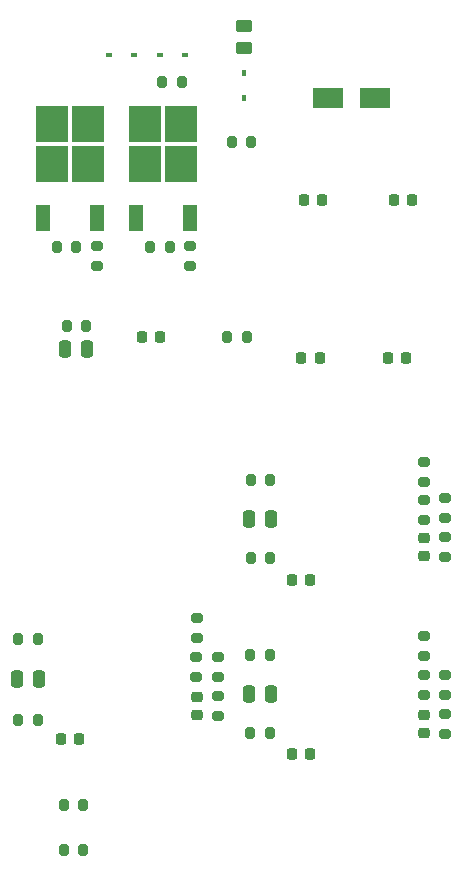
<source format=gbr>
%TF.GenerationSoftware,KiCad,Pcbnew,(6.0.2-0)*%
%TF.CreationDate,2022-07-28T16:30:58+02:00*%
%TF.ProjectId,stepper_testbench,73746570-7065-4725-9f74-65737462656e,rev?*%
%TF.SameCoordinates,Original*%
%TF.FileFunction,Paste,Bot*%
%TF.FilePolarity,Positive*%
%FSLAX46Y46*%
G04 Gerber Fmt 4.6, Leading zero omitted, Abs format (unit mm)*
G04 Created by KiCad (PCBNEW (6.0.2-0)) date 2022-07-28 16:30:58*
%MOMM*%
%LPD*%
G01*
G04 APERTURE LIST*
G04 Aperture macros list*
%AMRoundRect*
0 Rectangle with rounded corners*
0 $1 Rounding radius*
0 $2 $3 $4 $5 $6 $7 $8 $9 X,Y pos of 4 corners*
0 Add a 4 corners polygon primitive as box body*
4,1,4,$2,$3,$4,$5,$6,$7,$8,$9,$2,$3,0*
0 Add four circle primitives for the rounded corners*
1,1,$1+$1,$2,$3*
1,1,$1+$1,$4,$5*
1,1,$1+$1,$6,$7*
1,1,$1+$1,$8,$9*
0 Add four rect primitives between the rounded corners*
20,1,$1+$1,$2,$3,$4,$5,0*
20,1,$1+$1,$4,$5,$6,$7,0*
20,1,$1+$1,$6,$7,$8,$9,0*
20,1,$1+$1,$8,$9,$2,$3,0*%
G04 Aperture macros list end*
%ADD10RoundRect,0.200000X0.275000X-0.200000X0.275000X0.200000X-0.275000X0.200000X-0.275000X-0.200000X0*%
%ADD11RoundRect,0.200000X-0.275000X0.200000X-0.275000X-0.200000X0.275000X-0.200000X0.275000X0.200000X0*%
%ADD12R,0.450000X0.600000*%
%ADD13RoundRect,0.225000X0.225000X0.250000X-0.225000X0.250000X-0.225000X-0.250000X0.225000X-0.250000X0*%
%ADD14R,2.750000X3.050000*%
%ADD15R,1.200000X2.200000*%
%ADD16RoundRect,0.200000X-0.200000X-0.275000X0.200000X-0.275000X0.200000X0.275000X-0.200000X0.275000X0*%
%ADD17RoundRect,0.225000X-0.250000X0.225000X-0.250000X-0.225000X0.250000X-0.225000X0.250000X0.225000X0*%
%ADD18RoundRect,0.200000X0.200000X0.275000X-0.200000X0.275000X-0.200000X-0.275000X0.200000X-0.275000X0*%
%ADD19RoundRect,0.250000X0.250000X0.475000X-0.250000X0.475000X-0.250000X-0.475000X0.250000X-0.475000X0*%
%ADD20RoundRect,0.225000X-0.225000X-0.250000X0.225000X-0.250000X0.225000X0.250000X-0.225000X0.250000X0*%
%ADD21R,2.500000X1.800000*%
%ADD22R,0.600000X0.450000*%
%ADD23RoundRect,0.250000X-0.450000X0.262500X-0.450000X-0.262500X0.450000X-0.262500X0.450000X0.262500X0*%
%ADD24RoundRect,0.250000X-0.250000X-0.475000X0.250000X-0.475000X0.250000X0.475000X-0.250000X0.475000X0*%
G04 APERTURE END LIST*
D10*
%TO.C,R1*%
X155175000Y-66850000D03*
X155175000Y-65200000D03*
%TD*%
%TO.C,R25*%
X157533000Y-101663000D03*
X157533000Y-100013000D03*
%TD*%
D11*
%TO.C,R6*%
X176784000Y-89853000D03*
X176784000Y-91503000D03*
%TD*%
D12*
%TO.C,D2*%
X159766000Y-50512000D03*
X159766000Y-52612000D03*
%TD*%
D13*
%TO.C,C2*%
X152667000Y-72912000D03*
X151117000Y-72912000D03*
%TD*%
D10*
%TO.C,R8*%
X175006000Y-85153000D03*
X175006000Y-83503000D03*
%TD*%
D14*
%TO.C,Q1*%
X151384000Y-54864000D03*
X151384000Y-58214000D03*
X154434000Y-58214000D03*
X154434000Y-54864000D03*
D15*
X155189000Y-62839000D03*
X150629000Y-62839000D03*
%TD*%
D16*
%TO.C,R21*%
X158330500Y-72898000D03*
X159980500Y-72898000D03*
%TD*%
D10*
%TO.C,R28*%
X147300000Y-66850000D03*
X147300000Y-65200000D03*
%TD*%
D17*
%TO.C,C1*%
X175006000Y-89903000D03*
X175006000Y-91453000D03*
%TD*%
D16*
%TO.C,R17*%
X160300810Y-85000000D03*
X161950810Y-85000000D03*
%TD*%
D18*
%TO.C,R19*%
X146124000Y-116274000D03*
X144474000Y-116274000D03*
%TD*%
D13*
%TO.C,C11*%
X173495000Y-74701500D03*
X171945000Y-74701500D03*
%TD*%
D11*
%TO.C,R15*%
X176784000Y-86551000D03*
X176784000Y-88201000D03*
%TD*%
%TO.C,R9*%
X176784000Y-104839000D03*
X176784000Y-106489000D03*
%TD*%
D13*
%TO.C,C8*%
X166383000Y-61285000D03*
X164833000Y-61285000D03*
%TD*%
D16*
%TO.C,R16*%
X160300810Y-91604000D03*
X161950810Y-91604000D03*
%TD*%
D19*
%TO.C,C17*%
X162075810Y-88302000D03*
X160175810Y-88302000D03*
%TD*%
D20*
%TO.C,C5*%
X163817000Y-93472000D03*
X165367000Y-93472000D03*
%TD*%
D21*
%TO.C,D3*%
X166878000Y-52604000D03*
X170878000Y-52604000D03*
%TD*%
D16*
%TO.C,R3*%
X151800000Y-65278000D03*
X153450000Y-65278000D03*
%TD*%
%TO.C,R23*%
X160275000Y-106404000D03*
X161925000Y-106404000D03*
%TD*%
D10*
%TO.C,R14*%
X155755000Y-98361000D03*
X155755000Y-96711000D03*
%TD*%
D13*
%TO.C,C10*%
X166142000Y-74701500D03*
X164592000Y-74701500D03*
%TD*%
D16*
%TO.C,R5*%
X143892000Y-65278000D03*
X145542000Y-65278000D03*
%TD*%
D22*
%TO.C,D5*%
X150402000Y-49022000D03*
X148302000Y-49022000D03*
%TD*%
D13*
%TO.C,C12*%
X174003000Y-61285000D03*
X172453000Y-61285000D03*
%TD*%
D19*
%TO.C,C18*%
X162050000Y-103102000D03*
X160150000Y-103102000D03*
%TD*%
D17*
%TO.C,C4*%
X175006000Y-104889000D03*
X175006000Y-106439000D03*
%TD*%
D18*
%TO.C,R18*%
X146124000Y-112464000D03*
X144474000Y-112464000D03*
%TD*%
D16*
%TO.C,R27*%
X140647000Y-105300000D03*
X142297000Y-105300000D03*
%TD*%
D18*
%TO.C,R2*%
X146375000Y-71975000D03*
X144725000Y-71975000D03*
%TD*%
D10*
%TO.C,R10*%
X175006000Y-103187000D03*
X175006000Y-101537000D03*
%TD*%
D16*
%TO.C,R24*%
X160275000Y-99800000D03*
X161925000Y-99800000D03*
%TD*%
D10*
%TO.C,R22*%
X176784000Y-103187000D03*
X176784000Y-101537000D03*
%TD*%
%TO.C,R7*%
X175006000Y-88353000D03*
X175006000Y-86703000D03*
%TD*%
%TO.C,R13*%
X155702000Y-101663000D03*
X155702000Y-100013000D03*
%TD*%
D16*
%TO.C,R26*%
X140647000Y-98442000D03*
X142297000Y-98442000D03*
%TD*%
D14*
%TO.C,Q2*%
X143510000Y-54864000D03*
X146560000Y-54864000D03*
X143510000Y-58214000D03*
X146560000Y-58214000D03*
D15*
X147315000Y-62839000D03*
X142755000Y-62839000D03*
%TD*%
D16*
%TO.C,R20*%
X158707000Y-56388000D03*
X160357000Y-56388000D03*
%TD*%
D23*
%TO.C,FB1*%
X159766000Y-46585500D03*
X159766000Y-48410500D03*
%TD*%
D10*
%TO.C,R11*%
X175006000Y-99885000D03*
X175006000Y-98235000D03*
%TD*%
D17*
%TO.C,C6*%
X155755000Y-103365000D03*
X155755000Y-104915000D03*
%TD*%
D19*
%TO.C,C19*%
X142422000Y-101871000D03*
X140522000Y-101871000D03*
%TD*%
D22*
%TO.C,D1*%
X154720000Y-49022000D03*
X152620000Y-49022000D03*
%TD*%
D20*
%TO.C,C7*%
X144259000Y-106934000D03*
X145809000Y-106934000D03*
%TD*%
%TO.C,C3*%
X163817000Y-108204000D03*
X165367000Y-108204000D03*
%TD*%
D24*
%TO.C,C9*%
X144592000Y-73928000D03*
X146492000Y-73928000D03*
%TD*%
D11*
%TO.C,R12*%
X157533000Y-103315000D03*
X157533000Y-104965000D03*
%TD*%
D18*
%TO.C,R4*%
X154495000Y-51308000D03*
X152845000Y-51308000D03*
%TD*%
M02*

</source>
